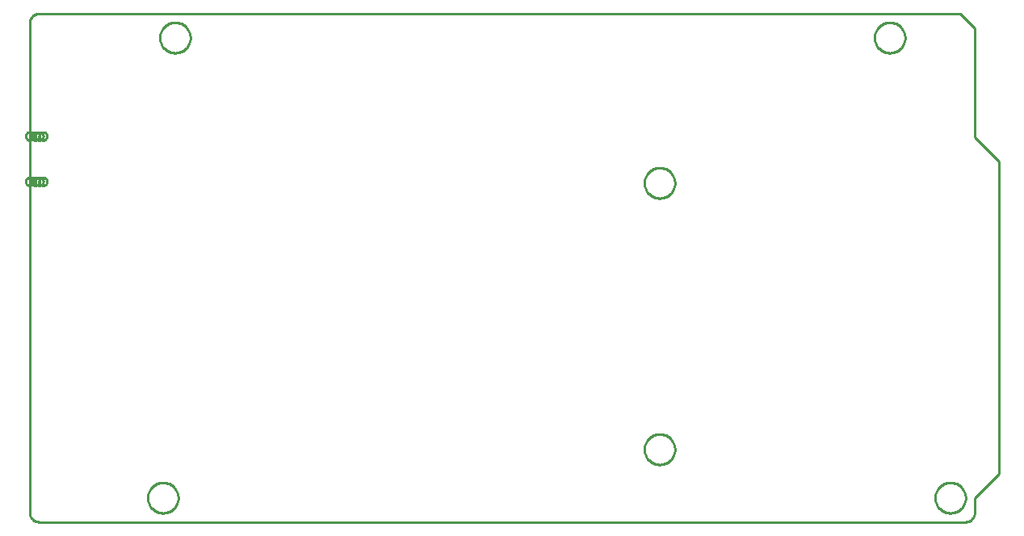
<source format=gbr>
G04 EAGLE Gerber RS-274X export*
G75*
%MOMM*%
%FSLAX34Y34*%
%LPD*%
%IN*%
%IPPOS*%
%AMOC8*
5,1,8,0,0,1.08239X$1,22.5*%
G01*
%ADD10C,0.254000*%


D10*
X0Y10000D02*
X38Y9128D01*
X152Y8264D01*
X341Y7412D01*
X603Y6580D01*
X937Y5774D01*
X1340Y5000D01*
X1808Y4264D01*
X2340Y3572D01*
X2929Y2929D01*
X3572Y2340D01*
X4264Y1808D01*
X5000Y1340D01*
X5774Y937D01*
X6580Y603D01*
X7412Y341D01*
X8264Y152D01*
X9128Y38D01*
X10000Y0D01*
X980600Y0D01*
X981472Y38D01*
X982336Y152D01*
X983188Y341D01*
X984020Y603D01*
X984826Y937D01*
X985600Y1340D01*
X986336Y1808D01*
X987028Y2340D01*
X987671Y2929D01*
X988260Y3572D01*
X988792Y4264D01*
X989260Y5000D01*
X989663Y5774D01*
X989997Y6580D01*
X990259Y7412D01*
X990448Y8264D01*
X990562Y9128D01*
X990600Y10000D01*
X990600Y25400D01*
X1016000Y50800D01*
X1016000Y378460D01*
X990600Y403860D01*
X990600Y518160D01*
X975360Y533400D01*
X10000Y533400D01*
X9128Y533362D01*
X8264Y533248D01*
X7412Y533059D01*
X6580Y532797D01*
X5774Y532463D01*
X5000Y532060D01*
X4264Y531592D01*
X3572Y531060D01*
X2929Y530471D01*
X2340Y529828D01*
X1808Y529136D01*
X1340Y528400D01*
X937Y527626D01*
X603Y526820D01*
X341Y525988D01*
X152Y525136D01*
X38Y524272D01*
X0Y523400D01*
X0Y10000D01*
X981200Y24876D02*
X981132Y23831D01*
X980995Y22792D01*
X980790Y21765D01*
X980519Y20753D01*
X980183Y19761D01*
X979782Y18793D01*
X979318Y17854D01*
X978795Y16946D01*
X978213Y16075D01*
X977575Y15244D01*
X976884Y14457D01*
X976143Y13716D01*
X975356Y13025D01*
X974525Y12388D01*
X973654Y11806D01*
X972746Y11282D01*
X971807Y10818D01*
X970839Y10417D01*
X969847Y10081D01*
X968835Y9810D01*
X967808Y9605D01*
X966769Y9469D01*
X965724Y9400D01*
X964676Y9400D01*
X963631Y9469D01*
X962592Y9605D01*
X961565Y9810D01*
X960553Y10081D01*
X959561Y10417D01*
X958593Y10818D01*
X957654Y11282D01*
X956746Y11806D01*
X955875Y12388D01*
X955044Y13025D01*
X954257Y13716D01*
X953516Y14457D01*
X952825Y15244D01*
X952188Y16075D01*
X951606Y16946D01*
X951082Y17854D01*
X950618Y18793D01*
X950217Y19761D01*
X949881Y20753D01*
X949610Y21765D01*
X949405Y22792D01*
X949269Y23831D01*
X949200Y24876D01*
X949200Y25924D01*
X949269Y26969D01*
X949405Y28008D01*
X949610Y29035D01*
X949881Y30047D01*
X950217Y31039D01*
X950618Y32007D01*
X951082Y32946D01*
X951606Y33854D01*
X952188Y34725D01*
X952825Y35556D01*
X953516Y36343D01*
X954257Y37084D01*
X955044Y37775D01*
X955875Y38413D01*
X956746Y38995D01*
X957654Y39518D01*
X958593Y39982D01*
X959561Y40383D01*
X960553Y40719D01*
X961565Y40990D01*
X962592Y41195D01*
X963631Y41332D01*
X964676Y41400D01*
X965724Y41400D01*
X966769Y41332D01*
X967808Y41195D01*
X968835Y40990D01*
X969847Y40719D01*
X970839Y40383D01*
X971807Y39982D01*
X972746Y39518D01*
X973654Y38995D01*
X974525Y38413D01*
X975356Y37775D01*
X976143Y37084D01*
X976884Y36343D01*
X977575Y35556D01*
X978213Y34725D01*
X978795Y33854D01*
X979318Y32946D01*
X979782Y32007D01*
X980183Y31039D01*
X980519Y30047D01*
X980790Y29035D01*
X980995Y28008D01*
X981132Y26969D01*
X981200Y25924D01*
X981200Y24876D01*
X168400Y507476D02*
X168332Y506431D01*
X168195Y505392D01*
X167990Y504365D01*
X167719Y503353D01*
X167383Y502361D01*
X166982Y501393D01*
X166518Y500454D01*
X165995Y499546D01*
X165413Y498675D01*
X164775Y497844D01*
X164084Y497057D01*
X163343Y496316D01*
X162556Y495625D01*
X161725Y494988D01*
X160854Y494406D01*
X159946Y493882D01*
X159007Y493418D01*
X158039Y493017D01*
X157047Y492681D01*
X156035Y492410D01*
X155008Y492205D01*
X153969Y492069D01*
X152924Y492000D01*
X151876Y492000D01*
X150831Y492069D01*
X149792Y492205D01*
X148765Y492410D01*
X147753Y492681D01*
X146761Y493017D01*
X145793Y493418D01*
X144854Y493882D01*
X143946Y494406D01*
X143075Y494988D01*
X142244Y495625D01*
X141457Y496316D01*
X140716Y497057D01*
X140025Y497844D01*
X139388Y498675D01*
X138806Y499546D01*
X138282Y500454D01*
X137818Y501393D01*
X137417Y502361D01*
X137081Y503353D01*
X136810Y504365D01*
X136605Y505392D01*
X136469Y506431D01*
X136400Y507476D01*
X136400Y508524D01*
X136469Y509569D01*
X136605Y510608D01*
X136810Y511635D01*
X137081Y512647D01*
X137417Y513639D01*
X137818Y514607D01*
X138282Y515546D01*
X138806Y516454D01*
X139388Y517325D01*
X140025Y518156D01*
X140716Y518943D01*
X141457Y519684D01*
X142244Y520375D01*
X143075Y521013D01*
X143946Y521595D01*
X144854Y522118D01*
X145793Y522582D01*
X146761Y522983D01*
X147753Y523319D01*
X148765Y523590D01*
X149792Y523795D01*
X150831Y523932D01*
X151876Y524000D01*
X152924Y524000D01*
X153969Y523932D01*
X155008Y523795D01*
X156035Y523590D01*
X157047Y523319D01*
X158039Y522983D01*
X159007Y522582D01*
X159946Y522118D01*
X160854Y521595D01*
X161725Y521013D01*
X162556Y520375D01*
X163343Y519684D01*
X164084Y518943D01*
X164775Y518156D01*
X165413Y517325D01*
X165995Y516454D01*
X166518Y515546D01*
X166982Y514607D01*
X167383Y513639D01*
X167719Y512647D01*
X167990Y511635D01*
X168195Y510608D01*
X168332Y509569D01*
X168400Y508524D01*
X168400Y507476D01*
X917700Y507476D02*
X917632Y506431D01*
X917495Y505392D01*
X917290Y504365D01*
X917019Y503353D01*
X916683Y502361D01*
X916282Y501393D01*
X915818Y500454D01*
X915295Y499546D01*
X914713Y498675D01*
X914075Y497844D01*
X913384Y497057D01*
X912643Y496316D01*
X911856Y495625D01*
X911025Y494988D01*
X910154Y494406D01*
X909246Y493882D01*
X908307Y493418D01*
X907339Y493017D01*
X906347Y492681D01*
X905335Y492410D01*
X904308Y492205D01*
X903269Y492069D01*
X902224Y492000D01*
X901176Y492000D01*
X900131Y492069D01*
X899092Y492205D01*
X898065Y492410D01*
X897053Y492681D01*
X896061Y493017D01*
X895093Y493418D01*
X894154Y493882D01*
X893246Y494406D01*
X892375Y494988D01*
X891544Y495625D01*
X890757Y496316D01*
X890016Y497057D01*
X889325Y497844D01*
X888688Y498675D01*
X888106Y499546D01*
X887582Y500454D01*
X887118Y501393D01*
X886717Y502361D01*
X886381Y503353D01*
X886110Y504365D01*
X885905Y505392D01*
X885769Y506431D01*
X885700Y507476D01*
X885700Y508524D01*
X885769Y509569D01*
X885905Y510608D01*
X886110Y511635D01*
X886381Y512647D01*
X886717Y513639D01*
X887118Y514607D01*
X887582Y515546D01*
X888106Y516454D01*
X888688Y517325D01*
X889325Y518156D01*
X890016Y518943D01*
X890757Y519684D01*
X891544Y520375D01*
X892375Y521013D01*
X893246Y521595D01*
X894154Y522118D01*
X895093Y522582D01*
X896061Y522983D01*
X897053Y523319D01*
X898065Y523590D01*
X899092Y523795D01*
X900131Y523932D01*
X901176Y524000D01*
X902224Y524000D01*
X903269Y523932D01*
X904308Y523795D01*
X905335Y523590D01*
X906347Y523319D01*
X907339Y522983D01*
X908307Y522582D01*
X909246Y522118D01*
X910154Y521595D01*
X911025Y521013D01*
X911856Y520375D01*
X912643Y519684D01*
X913384Y518943D01*
X914075Y518156D01*
X914713Y517325D01*
X915295Y516454D01*
X915818Y515546D01*
X916282Y514607D01*
X916683Y513639D01*
X917019Y512647D01*
X917290Y511635D01*
X917495Y510608D01*
X917632Y509569D01*
X917700Y508524D01*
X917700Y507476D01*
X155700Y24876D02*
X155632Y23831D01*
X155495Y22792D01*
X155290Y21765D01*
X155019Y20753D01*
X154683Y19761D01*
X154282Y18793D01*
X153818Y17854D01*
X153295Y16946D01*
X152713Y16075D01*
X152075Y15244D01*
X151384Y14457D01*
X150643Y13716D01*
X149856Y13025D01*
X149025Y12388D01*
X148154Y11806D01*
X147246Y11282D01*
X146307Y10818D01*
X145339Y10417D01*
X144347Y10081D01*
X143335Y9810D01*
X142308Y9605D01*
X141269Y9469D01*
X140224Y9400D01*
X139176Y9400D01*
X138131Y9469D01*
X137092Y9605D01*
X136065Y9810D01*
X135053Y10081D01*
X134061Y10417D01*
X133093Y10818D01*
X132154Y11282D01*
X131246Y11806D01*
X130375Y12388D01*
X129544Y13025D01*
X128757Y13716D01*
X128016Y14457D01*
X127325Y15244D01*
X126688Y16075D01*
X126106Y16946D01*
X125582Y17854D01*
X125118Y18793D01*
X124717Y19761D01*
X124381Y20753D01*
X124110Y21765D01*
X123905Y22792D01*
X123769Y23831D01*
X123700Y24876D01*
X123700Y25924D01*
X123769Y26969D01*
X123905Y28008D01*
X124110Y29035D01*
X124381Y30047D01*
X124717Y31039D01*
X125118Y32007D01*
X125582Y32946D01*
X126106Y33854D01*
X126688Y34725D01*
X127325Y35556D01*
X128016Y36343D01*
X128757Y37084D01*
X129544Y37775D01*
X130375Y38413D01*
X131246Y38995D01*
X132154Y39518D01*
X133093Y39982D01*
X134061Y40383D01*
X135053Y40719D01*
X136065Y40990D01*
X137092Y41195D01*
X138131Y41332D01*
X139176Y41400D01*
X140224Y41400D01*
X141269Y41332D01*
X142308Y41195D01*
X143335Y40990D01*
X144347Y40719D01*
X145339Y40383D01*
X146307Y39982D01*
X147246Y39518D01*
X148154Y38995D01*
X149025Y38413D01*
X149856Y37775D01*
X150643Y37084D01*
X151384Y36343D01*
X152075Y35556D01*
X152713Y34725D01*
X153295Y33854D01*
X153818Y32946D01*
X154282Y32007D01*
X154683Y31039D01*
X155019Y30047D01*
X155290Y29035D01*
X155495Y28008D01*
X155632Y26969D01*
X155700Y25924D01*
X155700Y24876D01*
X676400Y355076D02*
X676332Y354031D01*
X676195Y352992D01*
X675990Y351965D01*
X675719Y350953D01*
X675383Y349961D01*
X674982Y348993D01*
X674518Y348054D01*
X673995Y347146D01*
X673413Y346275D01*
X672775Y345444D01*
X672084Y344657D01*
X671343Y343916D01*
X670556Y343225D01*
X669725Y342588D01*
X668854Y342006D01*
X667946Y341482D01*
X667007Y341018D01*
X666039Y340617D01*
X665047Y340281D01*
X664035Y340010D01*
X663008Y339805D01*
X661969Y339669D01*
X660924Y339600D01*
X659876Y339600D01*
X658831Y339669D01*
X657792Y339805D01*
X656765Y340010D01*
X655753Y340281D01*
X654761Y340617D01*
X653793Y341018D01*
X652854Y341482D01*
X651946Y342006D01*
X651075Y342588D01*
X650244Y343225D01*
X649457Y343916D01*
X648716Y344657D01*
X648025Y345444D01*
X647388Y346275D01*
X646806Y347146D01*
X646282Y348054D01*
X645818Y348993D01*
X645417Y349961D01*
X645081Y350953D01*
X644810Y351965D01*
X644605Y352992D01*
X644469Y354031D01*
X644400Y355076D01*
X644400Y356124D01*
X644469Y357169D01*
X644605Y358208D01*
X644810Y359235D01*
X645081Y360247D01*
X645417Y361239D01*
X645818Y362207D01*
X646282Y363146D01*
X646806Y364054D01*
X647388Y364925D01*
X648025Y365756D01*
X648716Y366543D01*
X649457Y367284D01*
X650244Y367975D01*
X651075Y368613D01*
X651946Y369195D01*
X652854Y369718D01*
X653793Y370182D01*
X654761Y370583D01*
X655753Y370919D01*
X656765Y371190D01*
X657792Y371395D01*
X658831Y371532D01*
X659876Y371600D01*
X660924Y371600D01*
X661969Y371532D01*
X663008Y371395D01*
X664035Y371190D01*
X665047Y370919D01*
X666039Y370583D01*
X667007Y370182D01*
X667946Y369718D01*
X668854Y369195D01*
X669725Y368613D01*
X670556Y367975D01*
X671343Y367284D01*
X672084Y366543D01*
X672775Y365756D01*
X673413Y364925D01*
X673995Y364054D01*
X674518Y363146D01*
X674982Y362207D01*
X675383Y361239D01*
X675719Y360247D01*
X675990Y359235D01*
X676195Y358208D01*
X676332Y357169D01*
X676400Y356124D01*
X676400Y355076D01*
X676400Y75676D02*
X676332Y74631D01*
X676195Y73592D01*
X675990Y72565D01*
X675719Y71553D01*
X675383Y70561D01*
X674982Y69593D01*
X674518Y68654D01*
X673995Y67746D01*
X673413Y66875D01*
X672775Y66044D01*
X672084Y65257D01*
X671343Y64516D01*
X670556Y63825D01*
X669725Y63188D01*
X668854Y62606D01*
X667946Y62082D01*
X667007Y61618D01*
X666039Y61217D01*
X665047Y60881D01*
X664035Y60610D01*
X663008Y60405D01*
X661969Y60269D01*
X660924Y60200D01*
X659876Y60200D01*
X658831Y60269D01*
X657792Y60405D01*
X656765Y60610D01*
X655753Y60881D01*
X654761Y61217D01*
X653793Y61618D01*
X652854Y62082D01*
X651946Y62606D01*
X651075Y63188D01*
X650244Y63825D01*
X649457Y64516D01*
X648716Y65257D01*
X648025Y66044D01*
X647388Y66875D01*
X646806Y67746D01*
X646282Y68654D01*
X645818Y69593D01*
X645417Y70561D01*
X645081Y71553D01*
X644810Y72565D01*
X644605Y73592D01*
X644469Y74631D01*
X644400Y75676D01*
X644400Y76724D01*
X644469Y77769D01*
X644605Y78808D01*
X644810Y79835D01*
X645081Y80847D01*
X645417Y81839D01*
X645818Y82807D01*
X646282Y83746D01*
X646806Y84654D01*
X647388Y85525D01*
X648025Y86356D01*
X648716Y87143D01*
X649457Y87884D01*
X650244Y88575D01*
X651075Y89213D01*
X651946Y89795D01*
X652854Y90318D01*
X653793Y90782D01*
X654761Y91183D01*
X655753Y91519D01*
X656765Y91790D01*
X657792Y91995D01*
X658831Y92132D01*
X659876Y92200D01*
X660924Y92200D01*
X661969Y92132D01*
X663008Y91995D01*
X664035Y91790D01*
X665047Y91519D01*
X666039Y91183D01*
X667007Y90782D01*
X667946Y90318D01*
X668854Y89795D01*
X669725Y89213D01*
X670556Y88575D01*
X671343Y87884D01*
X672084Y87143D01*
X672775Y86356D01*
X673413Y85525D01*
X673995Y84654D01*
X674518Y83746D01*
X674982Y82807D01*
X675383Y81839D01*
X675719Y80847D01*
X675990Y79835D01*
X676195Y78808D01*
X676332Y77769D01*
X676400Y76724D01*
X676400Y75676D01*
X13691Y400500D02*
X13139Y400573D01*
X12601Y400717D01*
X12086Y400930D01*
X11604Y401209D01*
X11162Y401548D01*
X10768Y401942D01*
X10429Y402384D01*
X10150Y402866D01*
X9937Y403381D01*
X9793Y403919D01*
X9720Y404471D01*
X9720Y405029D01*
X9793Y405581D01*
X9937Y406119D01*
X10150Y406634D01*
X10429Y407116D01*
X10768Y407558D01*
X11162Y407952D01*
X11604Y408291D01*
X12086Y408570D01*
X12601Y408783D01*
X13139Y408927D01*
X13691Y409000D01*
X14249Y409000D01*
X14801Y408927D01*
X15339Y408783D01*
X15854Y408570D01*
X16336Y408291D01*
X16778Y407952D01*
X17172Y407558D01*
X17511Y407116D01*
X17790Y406634D01*
X18003Y406119D01*
X18147Y405581D01*
X18220Y405029D01*
X18220Y404471D01*
X18147Y403919D01*
X18003Y403381D01*
X17790Y402866D01*
X17511Y402384D01*
X17172Y401942D01*
X16778Y401548D01*
X16336Y401209D01*
X15854Y400930D01*
X15339Y400717D01*
X14801Y400573D01*
X14249Y400500D01*
X13691Y400500D01*
X13691Y353000D02*
X13139Y353073D01*
X12601Y353217D01*
X12086Y353430D01*
X11604Y353709D01*
X11162Y354048D01*
X10768Y354442D01*
X10429Y354884D01*
X10150Y355366D01*
X9937Y355881D01*
X9793Y356419D01*
X9720Y356971D01*
X9720Y357529D01*
X9793Y358081D01*
X9937Y358619D01*
X10150Y359134D01*
X10429Y359616D01*
X10768Y360058D01*
X11162Y360452D01*
X11604Y360791D01*
X12086Y361070D01*
X12601Y361283D01*
X13139Y361427D01*
X13691Y361500D01*
X14249Y361500D01*
X14801Y361427D01*
X15339Y361283D01*
X15854Y361070D01*
X16336Y360791D01*
X16778Y360452D01*
X17172Y360058D01*
X17511Y359616D01*
X17790Y359134D01*
X18003Y358619D01*
X18147Y358081D01*
X18220Y357529D01*
X18220Y356971D01*
X18147Y356419D01*
X18003Y355881D01*
X17790Y355366D01*
X17511Y354884D01*
X17172Y354442D01*
X16778Y354048D01*
X16336Y353709D01*
X15854Y353430D01*
X15339Y353217D01*
X14801Y353073D01*
X14249Y353000D01*
X13691Y353000D01*
X-309Y400500D02*
X-861Y400573D01*
X-1399Y400717D01*
X-1914Y400930D01*
X-2396Y401209D01*
X-2838Y401548D01*
X-3232Y401942D01*
X-3571Y402384D01*
X-3850Y402866D01*
X-4063Y403381D01*
X-4207Y403919D01*
X-4280Y404471D01*
X-4280Y405029D01*
X-4207Y405581D01*
X-4063Y406119D01*
X-3850Y406634D01*
X-3571Y407116D01*
X-3232Y407558D01*
X-2838Y407952D01*
X-2396Y408291D01*
X-1914Y408570D01*
X-1399Y408783D01*
X-861Y408927D01*
X-309Y409000D01*
X249Y409000D01*
X801Y408927D01*
X1339Y408783D01*
X1854Y408570D01*
X2336Y408291D01*
X2778Y407952D01*
X3172Y407558D01*
X3511Y407116D01*
X3790Y406634D01*
X4003Y406119D01*
X4147Y405581D01*
X4220Y405029D01*
X4220Y404471D01*
X4147Y403919D01*
X4003Y403381D01*
X3790Y402866D01*
X3511Y402384D01*
X3172Y401942D01*
X2778Y401548D01*
X2336Y401209D01*
X1854Y400930D01*
X1339Y400717D01*
X801Y400573D01*
X249Y400500D01*
X-309Y400500D01*
X-309Y353000D02*
X-861Y353073D01*
X-1399Y353217D01*
X-1914Y353430D01*
X-2396Y353709D01*
X-2838Y354048D01*
X-3232Y354442D01*
X-3571Y354884D01*
X-3850Y355366D01*
X-4063Y355881D01*
X-4207Y356419D01*
X-4280Y356971D01*
X-4280Y357529D01*
X-4207Y358081D01*
X-4063Y358619D01*
X-3850Y359134D01*
X-3571Y359616D01*
X-3232Y360058D01*
X-2838Y360452D01*
X-2396Y360791D01*
X-1914Y361070D01*
X-1399Y361283D01*
X-861Y361427D01*
X-309Y361500D01*
X249Y361500D01*
X801Y361427D01*
X1339Y361283D01*
X1854Y361070D01*
X2336Y360791D01*
X2778Y360452D01*
X3172Y360058D01*
X3511Y359616D01*
X3790Y359134D01*
X4003Y358619D01*
X4147Y358081D01*
X4220Y357529D01*
X4220Y356971D01*
X4147Y356419D01*
X4003Y355881D01*
X3790Y355366D01*
X3511Y354884D01*
X3172Y354442D01*
X2778Y354048D01*
X2336Y353709D01*
X1854Y353430D01*
X1339Y353217D01*
X801Y353073D01*
X249Y353000D01*
X-309Y353000D01*
X9691Y400500D02*
X9139Y400573D01*
X8601Y400717D01*
X8086Y400930D01*
X7604Y401209D01*
X7162Y401548D01*
X6768Y401942D01*
X6429Y402384D01*
X6150Y402866D01*
X5937Y403381D01*
X5793Y403919D01*
X5720Y404471D01*
X5720Y405029D01*
X5793Y405581D01*
X5937Y406119D01*
X6150Y406634D01*
X6429Y407116D01*
X6768Y407558D01*
X7162Y407952D01*
X7604Y408291D01*
X8086Y408570D01*
X8601Y408783D01*
X9139Y408927D01*
X9691Y409000D01*
X10249Y409000D01*
X10801Y408927D01*
X11339Y408783D01*
X11854Y408570D01*
X12336Y408291D01*
X12778Y407952D01*
X13172Y407558D01*
X13511Y407116D01*
X13790Y406634D01*
X14003Y406119D01*
X14147Y405581D01*
X14220Y405029D01*
X14220Y404471D01*
X14147Y403919D01*
X14003Y403381D01*
X13790Y402866D01*
X13511Y402384D01*
X13172Y401942D01*
X12778Y401548D01*
X12336Y401209D01*
X11854Y400930D01*
X11339Y400717D01*
X10801Y400573D01*
X10249Y400500D01*
X9691Y400500D01*
X9691Y353000D02*
X9139Y353073D01*
X8601Y353217D01*
X8086Y353430D01*
X7604Y353709D01*
X7162Y354048D01*
X6768Y354442D01*
X6429Y354884D01*
X6150Y355366D01*
X5937Y355881D01*
X5793Y356419D01*
X5720Y356971D01*
X5720Y357529D01*
X5793Y358081D01*
X5937Y358619D01*
X6150Y359134D01*
X6429Y359616D01*
X6768Y360058D01*
X7162Y360452D01*
X7604Y360791D01*
X8086Y361070D01*
X8601Y361283D01*
X9139Y361427D01*
X9691Y361500D01*
X10249Y361500D01*
X10801Y361427D01*
X11339Y361283D01*
X11854Y361070D01*
X12336Y360791D01*
X12778Y360452D01*
X13172Y360058D01*
X13511Y359616D01*
X13790Y359134D01*
X14003Y358619D01*
X14147Y358081D01*
X14220Y357529D01*
X14220Y356971D01*
X14147Y356419D01*
X14003Y355881D01*
X13790Y355366D01*
X13511Y354884D01*
X13172Y354442D01*
X12778Y354048D01*
X12336Y353709D01*
X11854Y353430D01*
X11339Y353217D01*
X10801Y353073D01*
X10249Y353000D01*
X9691Y353000D01*
X5691Y353000D02*
X5139Y353073D01*
X4601Y353217D01*
X4086Y353430D01*
X3604Y353709D01*
X3162Y354048D01*
X2768Y354442D01*
X2429Y354884D01*
X2150Y355366D01*
X1937Y355881D01*
X1793Y356419D01*
X1720Y356971D01*
X1720Y357529D01*
X1793Y358081D01*
X1937Y358619D01*
X2150Y359134D01*
X2429Y359616D01*
X2768Y360058D01*
X3162Y360452D01*
X3604Y360791D01*
X4086Y361070D01*
X4601Y361283D01*
X5139Y361427D01*
X5691Y361500D01*
X6249Y361500D01*
X6801Y361427D01*
X7339Y361283D01*
X7854Y361070D01*
X8336Y360791D01*
X8778Y360452D01*
X9172Y360058D01*
X9511Y359616D01*
X9790Y359134D01*
X10003Y358619D01*
X10147Y358081D01*
X10220Y357529D01*
X10220Y356971D01*
X10147Y356419D01*
X10003Y355881D01*
X9790Y355366D01*
X9511Y354884D01*
X9172Y354442D01*
X8778Y354048D01*
X8336Y353709D01*
X7854Y353430D01*
X7339Y353217D01*
X6801Y353073D01*
X6249Y353000D01*
X5691Y353000D01*
X5691Y400500D02*
X5139Y400573D01*
X4601Y400717D01*
X4086Y400930D01*
X3604Y401209D01*
X3162Y401548D01*
X2768Y401942D01*
X2429Y402384D01*
X2150Y402866D01*
X1937Y403381D01*
X1793Y403919D01*
X1720Y404471D01*
X1720Y405029D01*
X1793Y405581D01*
X1937Y406119D01*
X2150Y406634D01*
X2429Y407116D01*
X2768Y407558D01*
X3162Y407952D01*
X3604Y408291D01*
X4086Y408570D01*
X4601Y408783D01*
X5139Y408927D01*
X5691Y409000D01*
X6249Y409000D01*
X6801Y408927D01*
X7339Y408783D01*
X7854Y408570D01*
X8336Y408291D01*
X8778Y407952D01*
X9172Y407558D01*
X9511Y407116D01*
X9790Y406634D01*
X10003Y406119D01*
X10147Y405581D01*
X10220Y405029D01*
X10220Y404471D01*
X10147Y403919D01*
X10003Y403381D01*
X9790Y402866D01*
X9511Y402384D01*
X9172Y401942D01*
X8778Y401548D01*
X8336Y401209D01*
X7854Y400930D01*
X7339Y400717D01*
X6801Y400573D01*
X6249Y400500D01*
X5691Y400500D01*
M02*

</source>
